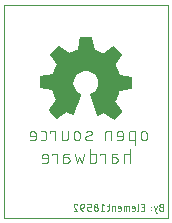
<source format=gbo>
G75*
%MOIN*%
%OFA0B0*%
%FSLAX25Y25*%
%IPPOS*%
%LPD*%
%AMOC8*
5,1,8,0,0,1.08239X$1,22.5*
%
%ADD10C,0.00000*%
%ADD11C,0.00200*%
%ADD12C,0.00400*%
D10*
X0003300Y0003800D02*
X0003300Y0074761D01*
X0058001Y0074761D01*
X0058001Y0003800D01*
X0003300Y0003800D01*
D11*
X0026456Y0006100D02*
X0027733Y0006100D01*
X0026647Y0007378D01*
X0027031Y0008400D02*
X0027083Y0008398D01*
X0027134Y0008393D01*
X0027185Y0008384D01*
X0027235Y0008371D01*
X0027284Y0008355D01*
X0027332Y0008336D01*
X0027378Y0008313D01*
X0027423Y0008288D01*
X0027466Y0008259D01*
X0027506Y0008227D01*
X0027545Y0008192D01*
X0027581Y0008155D01*
X0027614Y0008116D01*
X0027644Y0008074D01*
X0027671Y0008030D01*
X0027695Y0007984D01*
X0027716Y0007937D01*
X0027734Y0007889D01*
X0026647Y0007378D02*
X0026615Y0007410D01*
X0026586Y0007445D01*
X0026559Y0007482D01*
X0026535Y0007520D01*
X0026514Y0007561D01*
X0026496Y0007603D01*
X0026482Y0007646D01*
X0026470Y0007690D01*
X0026462Y0007734D01*
X0026457Y0007780D01*
X0026455Y0007825D01*
X0026456Y0007825D02*
X0026458Y0007870D01*
X0026463Y0007915D01*
X0026472Y0007959D01*
X0026484Y0008003D01*
X0026500Y0008045D01*
X0026519Y0008086D01*
X0026541Y0008125D01*
X0026566Y0008163D01*
X0026594Y0008198D01*
X0026624Y0008232D01*
X0026658Y0008262D01*
X0026693Y0008290D01*
X0026731Y0008315D01*
X0026770Y0008337D01*
X0026811Y0008356D01*
X0026853Y0008372D01*
X0026897Y0008384D01*
X0026941Y0008393D01*
X0026986Y0008398D01*
X0027031Y0008400D01*
X0028706Y0007761D02*
X0028706Y0007122D01*
X0029472Y0007122D01*
X0028706Y0007122D02*
X0028708Y0007060D01*
X0028713Y0006999D01*
X0028723Y0006938D01*
X0028736Y0006877D01*
X0028752Y0006818D01*
X0028772Y0006760D01*
X0028796Y0006703D01*
X0028823Y0006647D01*
X0028853Y0006593D01*
X0028887Y0006541D01*
X0028923Y0006492D01*
X0028963Y0006444D01*
X0029005Y0006399D01*
X0029050Y0006357D01*
X0029098Y0006317D01*
X0029147Y0006281D01*
X0029199Y0006247D01*
X0029253Y0006217D01*
X0029309Y0006190D01*
X0029366Y0006166D01*
X0029424Y0006146D01*
X0029483Y0006130D01*
X0029544Y0006117D01*
X0029605Y0006107D01*
X0029666Y0006102D01*
X0029728Y0006100D01*
X0030956Y0006611D02*
X0030956Y0006867D01*
X0030958Y0006909D01*
X0030963Y0006951D01*
X0030972Y0006992D01*
X0030984Y0007033D01*
X0030999Y0007072D01*
X0031018Y0007110D01*
X0031039Y0007146D01*
X0031064Y0007181D01*
X0031091Y0007213D01*
X0031121Y0007243D01*
X0031153Y0007270D01*
X0031188Y0007295D01*
X0031224Y0007316D01*
X0031262Y0007335D01*
X0031301Y0007350D01*
X0031342Y0007362D01*
X0031383Y0007371D01*
X0031425Y0007376D01*
X0031467Y0007378D01*
X0032233Y0007378D01*
X0032233Y0008400D01*
X0030956Y0008400D01*
X0029983Y0007761D02*
X0029983Y0007633D01*
X0029981Y0007591D01*
X0029976Y0007549D01*
X0029967Y0007508D01*
X0029955Y0007467D01*
X0029940Y0007428D01*
X0029921Y0007390D01*
X0029900Y0007354D01*
X0029875Y0007319D01*
X0029848Y0007287D01*
X0029818Y0007257D01*
X0029786Y0007230D01*
X0029751Y0007205D01*
X0029715Y0007184D01*
X0029677Y0007165D01*
X0029638Y0007150D01*
X0029597Y0007138D01*
X0029556Y0007129D01*
X0029514Y0007124D01*
X0029472Y0007122D01*
X0029984Y0007761D02*
X0029982Y0007810D01*
X0029977Y0007859D01*
X0029967Y0007907D01*
X0029954Y0007954D01*
X0029938Y0008000D01*
X0029918Y0008045D01*
X0029894Y0008088D01*
X0029868Y0008129D01*
X0029838Y0008168D01*
X0029805Y0008204D01*
X0029770Y0008238D01*
X0029732Y0008269D01*
X0029692Y0008297D01*
X0029650Y0008322D01*
X0029606Y0008344D01*
X0029561Y0008362D01*
X0029514Y0008377D01*
X0029467Y0008388D01*
X0029418Y0008396D01*
X0029369Y0008400D01*
X0029321Y0008400D01*
X0029272Y0008396D01*
X0029223Y0008388D01*
X0029176Y0008377D01*
X0029129Y0008362D01*
X0029084Y0008344D01*
X0029040Y0008322D01*
X0028998Y0008297D01*
X0028958Y0008269D01*
X0028920Y0008238D01*
X0028885Y0008204D01*
X0028852Y0008168D01*
X0028822Y0008129D01*
X0028796Y0008088D01*
X0028772Y0008045D01*
X0028752Y0008000D01*
X0028736Y0007954D01*
X0028723Y0007907D01*
X0028713Y0007859D01*
X0028708Y0007810D01*
X0028706Y0007761D01*
X0030956Y0006611D02*
X0030958Y0006569D01*
X0030963Y0006527D01*
X0030972Y0006486D01*
X0030984Y0006445D01*
X0030999Y0006406D01*
X0031018Y0006368D01*
X0031039Y0006332D01*
X0031064Y0006297D01*
X0031091Y0006265D01*
X0031121Y0006235D01*
X0031153Y0006208D01*
X0031188Y0006183D01*
X0031224Y0006162D01*
X0031262Y0006143D01*
X0031301Y0006128D01*
X0031342Y0006116D01*
X0031383Y0006107D01*
X0031425Y0006102D01*
X0031467Y0006100D01*
X0032233Y0006100D01*
X0033206Y0006739D02*
X0033208Y0006690D01*
X0033213Y0006641D01*
X0033223Y0006593D01*
X0033236Y0006546D01*
X0033252Y0006500D01*
X0033272Y0006455D01*
X0033296Y0006412D01*
X0033322Y0006371D01*
X0033352Y0006332D01*
X0033385Y0006296D01*
X0033420Y0006262D01*
X0033458Y0006231D01*
X0033498Y0006203D01*
X0033540Y0006178D01*
X0033584Y0006156D01*
X0033629Y0006138D01*
X0033676Y0006123D01*
X0033723Y0006112D01*
X0033772Y0006104D01*
X0033821Y0006100D01*
X0033869Y0006100D01*
X0033918Y0006104D01*
X0033967Y0006112D01*
X0034014Y0006123D01*
X0034061Y0006138D01*
X0034106Y0006156D01*
X0034150Y0006178D01*
X0034192Y0006203D01*
X0034232Y0006231D01*
X0034270Y0006262D01*
X0034305Y0006296D01*
X0034338Y0006332D01*
X0034368Y0006371D01*
X0034394Y0006412D01*
X0034418Y0006455D01*
X0034438Y0006500D01*
X0034454Y0006546D01*
X0034467Y0006593D01*
X0034477Y0006641D01*
X0034482Y0006690D01*
X0034484Y0006739D01*
X0034482Y0006788D01*
X0034477Y0006837D01*
X0034467Y0006885D01*
X0034454Y0006932D01*
X0034438Y0006978D01*
X0034418Y0007023D01*
X0034394Y0007066D01*
X0034368Y0007107D01*
X0034338Y0007146D01*
X0034305Y0007182D01*
X0034270Y0007216D01*
X0034232Y0007247D01*
X0034192Y0007275D01*
X0034150Y0007300D01*
X0034106Y0007322D01*
X0034061Y0007340D01*
X0034014Y0007355D01*
X0033967Y0007366D01*
X0033918Y0007374D01*
X0033869Y0007378D01*
X0033821Y0007378D01*
X0033772Y0007374D01*
X0033723Y0007366D01*
X0033676Y0007355D01*
X0033629Y0007340D01*
X0033584Y0007322D01*
X0033540Y0007300D01*
X0033498Y0007275D01*
X0033458Y0007247D01*
X0033420Y0007216D01*
X0033385Y0007182D01*
X0033352Y0007146D01*
X0033322Y0007107D01*
X0033296Y0007066D01*
X0033272Y0007023D01*
X0033252Y0006978D01*
X0033236Y0006932D01*
X0033223Y0006885D01*
X0033213Y0006837D01*
X0033208Y0006788D01*
X0033206Y0006739D01*
X0033334Y0007889D02*
X0033336Y0007846D01*
X0033341Y0007803D01*
X0033350Y0007760D01*
X0033363Y0007719D01*
X0033379Y0007679D01*
X0033399Y0007640D01*
X0033422Y0007603D01*
X0033447Y0007568D01*
X0033476Y0007535D01*
X0033507Y0007505D01*
X0033541Y0007478D01*
X0033577Y0007454D01*
X0033615Y0007433D01*
X0033654Y0007415D01*
X0033695Y0007400D01*
X0033737Y0007389D01*
X0033780Y0007382D01*
X0033823Y0007378D01*
X0033867Y0007378D01*
X0033910Y0007382D01*
X0033953Y0007389D01*
X0033995Y0007400D01*
X0034036Y0007415D01*
X0034075Y0007433D01*
X0034113Y0007454D01*
X0034149Y0007478D01*
X0034183Y0007505D01*
X0034214Y0007535D01*
X0034243Y0007568D01*
X0034268Y0007603D01*
X0034291Y0007640D01*
X0034311Y0007679D01*
X0034327Y0007719D01*
X0034340Y0007760D01*
X0034349Y0007803D01*
X0034354Y0007846D01*
X0034356Y0007889D01*
X0034354Y0007932D01*
X0034349Y0007975D01*
X0034340Y0008018D01*
X0034327Y0008059D01*
X0034311Y0008099D01*
X0034291Y0008138D01*
X0034268Y0008175D01*
X0034243Y0008210D01*
X0034214Y0008243D01*
X0034183Y0008273D01*
X0034149Y0008300D01*
X0034113Y0008324D01*
X0034075Y0008345D01*
X0034036Y0008363D01*
X0033995Y0008378D01*
X0033953Y0008389D01*
X0033910Y0008396D01*
X0033867Y0008400D01*
X0033823Y0008400D01*
X0033780Y0008396D01*
X0033737Y0008389D01*
X0033695Y0008378D01*
X0033654Y0008363D01*
X0033615Y0008345D01*
X0033577Y0008324D01*
X0033541Y0008300D01*
X0033507Y0008273D01*
X0033476Y0008243D01*
X0033447Y0008210D01*
X0033422Y0008175D01*
X0033399Y0008138D01*
X0033379Y0008099D01*
X0033363Y0008059D01*
X0033350Y0008018D01*
X0033341Y0007975D01*
X0033336Y0007932D01*
X0033334Y0007889D01*
X0035456Y0006100D02*
X0036733Y0006100D01*
X0036095Y0006100D02*
X0036095Y0008400D01*
X0036733Y0007889D01*
X0037604Y0007633D02*
X0038371Y0007633D01*
X0038115Y0008400D02*
X0038115Y0006483D01*
X0038113Y0006445D01*
X0038108Y0006408D01*
X0038099Y0006372D01*
X0038086Y0006336D01*
X0038070Y0006302D01*
X0038050Y0006270D01*
X0038028Y0006240D01*
X0038003Y0006212D01*
X0037975Y0006187D01*
X0037945Y0006165D01*
X0037913Y0006145D01*
X0037879Y0006129D01*
X0037843Y0006116D01*
X0037807Y0006107D01*
X0037770Y0006102D01*
X0037732Y0006100D01*
X0037604Y0006100D01*
X0039183Y0006100D02*
X0039183Y0007250D01*
X0039184Y0007250D02*
X0039186Y0007288D01*
X0039191Y0007325D01*
X0039200Y0007361D01*
X0039213Y0007397D01*
X0039229Y0007431D01*
X0039249Y0007463D01*
X0039271Y0007493D01*
X0039296Y0007521D01*
X0039324Y0007546D01*
X0039354Y0007568D01*
X0039386Y0007588D01*
X0039420Y0007604D01*
X0039456Y0007617D01*
X0039492Y0007626D01*
X0039529Y0007631D01*
X0039567Y0007633D01*
X0040206Y0007633D01*
X0040206Y0006100D01*
X0041208Y0006100D02*
X0041847Y0006100D01*
X0041885Y0006102D01*
X0041922Y0006107D01*
X0041958Y0006116D01*
X0041994Y0006129D01*
X0042028Y0006145D01*
X0042060Y0006165D01*
X0042090Y0006187D01*
X0042118Y0006212D01*
X0042143Y0006240D01*
X0042165Y0006270D01*
X0042185Y0006302D01*
X0042201Y0006336D01*
X0042214Y0006372D01*
X0042223Y0006408D01*
X0042228Y0006445D01*
X0042230Y0006483D01*
X0042231Y0006483D02*
X0042231Y0007122D01*
X0042231Y0006867D02*
X0041208Y0006867D01*
X0041208Y0007122D01*
X0041209Y0007122D02*
X0041211Y0007165D01*
X0041216Y0007208D01*
X0041225Y0007251D01*
X0041238Y0007292D01*
X0041254Y0007332D01*
X0041274Y0007371D01*
X0041297Y0007408D01*
X0041322Y0007443D01*
X0041351Y0007476D01*
X0041382Y0007506D01*
X0041416Y0007533D01*
X0041452Y0007557D01*
X0041490Y0007578D01*
X0041529Y0007596D01*
X0041570Y0007611D01*
X0041612Y0007622D01*
X0041655Y0007629D01*
X0041698Y0007633D01*
X0041742Y0007633D01*
X0041785Y0007629D01*
X0041828Y0007622D01*
X0041870Y0007611D01*
X0041911Y0007596D01*
X0041950Y0007578D01*
X0041988Y0007557D01*
X0042024Y0007533D01*
X0042058Y0007506D01*
X0042089Y0007476D01*
X0042118Y0007443D01*
X0042143Y0007408D01*
X0042166Y0007371D01*
X0042186Y0007332D01*
X0042202Y0007292D01*
X0042215Y0007251D01*
X0042224Y0007208D01*
X0042229Y0007165D01*
X0042231Y0007122D01*
X0043278Y0007250D02*
X0043278Y0006100D01*
X0044045Y0006100D02*
X0044045Y0007633D01*
X0043661Y0007633D02*
X0044811Y0007633D01*
X0044811Y0006100D01*
X0045858Y0006100D02*
X0046497Y0006100D01*
X0046535Y0006102D01*
X0046572Y0006107D01*
X0046608Y0006116D01*
X0046644Y0006129D01*
X0046678Y0006145D01*
X0046710Y0006165D01*
X0046740Y0006187D01*
X0046768Y0006212D01*
X0046793Y0006240D01*
X0046815Y0006270D01*
X0046835Y0006302D01*
X0046851Y0006336D01*
X0046864Y0006372D01*
X0046873Y0006408D01*
X0046878Y0006445D01*
X0046880Y0006483D01*
X0046881Y0006483D02*
X0046881Y0007122D01*
X0046881Y0006867D02*
X0045858Y0006867D01*
X0045858Y0007122D01*
X0045860Y0007165D01*
X0045865Y0007208D01*
X0045874Y0007251D01*
X0045887Y0007292D01*
X0045903Y0007332D01*
X0045923Y0007371D01*
X0045946Y0007408D01*
X0045971Y0007443D01*
X0046000Y0007476D01*
X0046031Y0007506D01*
X0046065Y0007533D01*
X0046101Y0007557D01*
X0046139Y0007578D01*
X0046178Y0007596D01*
X0046219Y0007611D01*
X0046261Y0007622D01*
X0046304Y0007629D01*
X0046347Y0007633D01*
X0046391Y0007633D01*
X0046434Y0007629D01*
X0046477Y0007622D01*
X0046519Y0007611D01*
X0046560Y0007596D01*
X0046599Y0007578D01*
X0046637Y0007557D01*
X0046673Y0007533D01*
X0046707Y0007506D01*
X0046738Y0007476D01*
X0046767Y0007443D01*
X0046792Y0007408D01*
X0046815Y0007371D01*
X0046835Y0007332D01*
X0046851Y0007292D01*
X0046864Y0007251D01*
X0046873Y0007208D01*
X0046878Y0007165D01*
X0046880Y0007122D01*
X0047668Y0006100D02*
X0047706Y0006102D01*
X0047743Y0006107D01*
X0047779Y0006116D01*
X0047815Y0006129D01*
X0047849Y0006145D01*
X0047881Y0006165D01*
X0047911Y0006187D01*
X0047939Y0006212D01*
X0047964Y0006240D01*
X0047986Y0006270D01*
X0048006Y0006302D01*
X0048022Y0006336D01*
X0048035Y0006372D01*
X0048044Y0006408D01*
X0048049Y0006445D01*
X0048051Y0006483D01*
X0048051Y0008400D01*
X0048907Y0008400D02*
X0049929Y0008400D01*
X0049929Y0006100D01*
X0048907Y0006100D01*
X0049162Y0007378D02*
X0049929Y0007378D01*
X0052156Y0007442D02*
X0052156Y0007314D01*
X0052283Y0007314D01*
X0052283Y0007442D01*
X0052156Y0007442D01*
X0053133Y0007633D02*
X0053900Y0005333D01*
X0054156Y0005333D01*
X0053644Y0006100D02*
X0054156Y0007633D01*
X0055561Y0007378D02*
X0056200Y0007378D01*
X0055561Y0007378D02*
X0055518Y0007380D01*
X0055475Y0007385D01*
X0055432Y0007394D01*
X0055391Y0007407D01*
X0055351Y0007423D01*
X0055312Y0007443D01*
X0055275Y0007466D01*
X0055240Y0007491D01*
X0055207Y0007520D01*
X0055177Y0007551D01*
X0055150Y0007585D01*
X0055126Y0007621D01*
X0055105Y0007659D01*
X0055087Y0007698D01*
X0055072Y0007739D01*
X0055061Y0007781D01*
X0055054Y0007824D01*
X0055050Y0007867D01*
X0055050Y0007911D01*
X0055054Y0007954D01*
X0055061Y0007997D01*
X0055072Y0008039D01*
X0055087Y0008080D01*
X0055105Y0008119D01*
X0055126Y0008157D01*
X0055150Y0008193D01*
X0055177Y0008227D01*
X0055207Y0008258D01*
X0055240Y0008287D01*
X0055275Y0008312D01*
X0055312Y0008335D01*
X0055351Y0008355D01*
X0055391Y0008371D01*
X0055432Y0008384D01*
X0055475Y0008393D01*
X0055518Y0008398D01*
X0055561Y0008400D01*
X0056200Y0008400D01*
X0056200Y0006100D01*
X0055561Y0006100D01*
X0055512Y0006102D01*
X0055463Y0006107D01*
X0055415Y0006117D01*
X0055368Y0006130D01*
X0055322Y0006146D01*
X0055277Y0006166D01*
X0055234Y0006190D01*
X0055193Y0006216D01*
X0055154Y0006246D01*
X0055118Y0006279D01*
X0055084Y0006314D01*
X0055053Y0006352D01*
X0055025Y0006392D01*
X0055000Y0006434D01*
X0054978Y0006478D01*
X0054960Y0006523D01*
X0054945Y0006570D01*
X0054934Y0006617D01*
X0054926Y0006666D01*
X0054922Y0006715D01*
X0054922Y0006763D01*
X0054926Y0006812D01*
X0054934Y0006861D01*
X0054945Y0006908D01*
X0054960Y0006955D01*
X0054978Y0007000D01*
X0055000Y0007044D01*
X0055025Y0007086D01*
X0055053Y0007126D01*
X0055084Y0007164D01*
X0055118Y0007199D01*
X0055154Y0007232D01*
X0055193Y0007262D01*
X0055234Y0007288D01*
X0055277Y0007312D01*
X0055322Y0007332D01*
X0055368Y0007348D01*
X0055415Y0007361D01*
X0055463Y0007371D01*
X0055512Y0007376D01*
X0055561Y0007378D01*
X0052283Y0006419D02*
X0052156Y0006419D01*
X0052156Y0006292D01*
X0052283Y0006292D01*
X0052283Y0006419D01*
X0043661Y0007633D02*
X0043623Y0007631D01*
X0043586Y0007626D01*
X0043550Y0007617D01*
X0043514Y0007604D01*
X0043480Y0007588D01*
X0043448Y0007568D01*
X0043418Y0007546D01*
X0043390Y0007521D01*
X0043365Y0007493D01*
X0043343Y0007463D01*
X0043323Y0007431D01*
X0043307Y0007397D01*
X0043294Y0007361D01*
X0043285Y0007325D01*
X0043280Y0007288D01*
X0043278Y0007250D01*
X0039800Y0036800D02*
X0036400Y0039100D01*
X0035700Y0038700D01*
X0035000Y0038400D01*
X0034400Y0038100D01*
X0032000Y0044900D01*
X0032704Y0045236D01*
X0033332Y0045697D01*
X0033865Y0046267D01*
X0034282Y0046926D01*
X0034569Y0047651D01*
X0034717Y0048416D01*
X0034720Y0049196D01*
X0034578Y0049963D01*
X0034296Y0050690D01*
X0033884Y0051352D01*
X0033356Y0051926D01*
X0032731Y0052391D01*
X0032030Y0052733D01*
X0031277Y0052938D01*
X0030500Y0053000D01*
X0029709Y0052975D01*
X0028938Y0052802D01*
X0028212Y0052487D01*
X0027558Y0052042D01*
X0026999Y0051482D01*
X0026556Y0050828D01*
X0026242Y0050101D01*
X0026071Y0049329D01*
X0026047Y0048539D01*
X0026172Y0047758D01*
X0026441Y0047014D01*
X0026845Y0046334D01*
X0027369Y0045741D01*
X0027995Y0045258D01*
X0028700Y0044900D01*
X0026100Y0038200D01*
X0025400Y0038600D01*
X0024700Y0039000D01*
X0024000Y0039400D01*
X0020700Y0037000D01*
X0020000Y0037700D01*
X0019400Y0038300D01*
X0018800Y0039000D01*
X0018200Y0039700D01*
X0020600Y0043300D01*
X0020100Y0044100D01*
X0019800Y0045000D01*
X0019500Y0045900D01*
X0019300Y0046600D01*
X0015300Y0047300D01*
X0015200Y0048400D01*
X0015200Y0049300D01*
X0015300Y0050100D01*
X0015400Y0051100D01*
X0019500Y0051800D01*
X0019900Y0052900D01*
X0020100Y0053500D01*
X0020500Y0054200D01*
X0021000Y0055000D01*
X0018500Y0058200D01*
X0019100Y0058900D01*
X0019800Y0059600D01*
X0020600Y0060300D01*
X0021400Y0061000D01*
X0024800Y0058600D01*
X0025700Y0059000D01*
X0026500Y0059400D01*
X0027200Y0059600D01*
X0027900Y0059800D01*
X0028500Y0063900D01*
X0032300Y0063900D01*
X0033100Y0059800D01*
X0034200Y0059500D01*
X0035000Y0059100D01*
X0036200Y0058500D01*
X0039600Y0060900D01*
X0040300Y0060300D01*
X0041000Y0059600D01*
X0041700Y0058900D01*
X0042300Y0058200D01*
X0040000Y0054800D01*
X0040500Y0053900D01*
X0040900Y0053000D01*
X0041200Y0052200D01*
X0041500Y0051400D01*
X0045500Y0050800D01*
X0045600Y0049600D01*
X0045600Y0047000D01*
X0041400Y0046300D01*
X0041200Y0045300D01*
X0040800Y0044300D01*
X0040400Y0043400D01*
X0040000Y0042600D01*
X0042400Y0039400D01*
X0041800Y0038700D01*
X0041100Y0038000D01*
X0040400Y0037300D01*
X0039800Y0036800D01*
X0039982Y0036951D02*
X0039576Y0036951D01*
X0039283Y0037150D02*
X0040220Y0037150D01*
X0040448Y0037348D02*
X0038989Y0037348D01*
X0038696Y0037547D02*
X0040647Y0037547D01*
X0040845Y0037745D02*
X0038402Y0037745D01*
X0038109Y0037944D02*
X0041044Y0037944D01*
X0041242Y0038142D02*
X0037816Y0038142D01*
X0037522Y0038341D02*
X0041441Y0038341D01*
X0041639Y0038539D02*
X0037229Y0038539D01*
X0036935Y0038738D02*
X0041833Y0038738D01*
X0042003Y0038937D02*
X0036642Y0038937D01*
X0036114Y0038937D02*
X0034105Y0038937D01*
X0034035Y0039135D02*
X0042173Y0039135D01*
X0042343Y0039334D02*
X0033965Y0039334D01*
X0033895Y0039532D02*
X0042301Y0039532D01*
X0042152Y0039731D02*
X0033825Y0039731D01*
X0033754Y0039929D02*
X0042003Y0039929D01*
X0041854Y0040128D02*
X0033684Y0040128D01*
X0033614Y0040326D02*
X0041705Y0040326D01*
X0041557Y0040525D02*
X0033544Y0040525D01*
X0033474Y0040723D02*
X0041408Y0040723D01*
X0041259Y0040922D02*
X0033404Y0040922D01*
X0033334Y0041120D02*
X0041110Y0041120D01*
X0040961Y0041319D02*
X0033264Y0041319D01*
X0033194Y0041517D02*
X0040812Y0041517D01*
X0040663Y0041716D02*
X0033124Y0041716D01*
X0033054Y0041914D02*
X0040514Y0041914D01*
X0040365Y0042113D02*
X0032984Y0042113D01*
X0032914Y0042311D02*
X0040217Y0042311D01*
X0040068Y0042510D02*
X0032844Y0042510D01*
X0032774Y0042708D02*
X0040054Y0042708D01*
X0040153Y0042907D02*
X0032704Y0042907D01*
X0032633Y0043105D02*
X0040253Y0043105D01*
X0040352Y0043304D02*
X0032563Y0043304D01*
X0032493Y0043502D02*
X0040445Y0043502D01*
X0040534Y0043701D02*
X0032423Y0043701D01*
X0032353Y0043899D02*
X0040622Y0043899D01*
X0040710Y0044098D02*
X0032283Y0044098D01*
X0032213Y0044296D02*
X0040798Y0044296D01*
X0040878Y0044495D02*
X0032143Y0044495D01*
X0032073Y0044693D02*
X0040957Y0044693D01*
X0041037Y0044892D02*
X0032003Y0044892D01*
X0032398Y0045090D02*
X0041116Y0045090D01*
X0041196Y0045289D02*
X0032775Y0045289D01*
X0033046Y0045487D02*
X0041237Y0045487D01*
X0041277Y0045686D02*
X0033317Y0045686D01*
X0033507Y0045884D02*
X0041317Y0045884D01*
X0041357Y0046083D02*
X0033693Y0046083D01*
X0033874Y0046281D02*
X0041396Y0046281D01*
X0042480Y0046480D02*
X0033999Y0046480D01*
X0034125Y0046678D02*
X0043671Y0046678D01*
X0044862Y0046877D02*
X0034251Y0046877D01*
X0034341Y0047075D02*
X0045600Y0047075D01*
X0045600Y0047274D02*
X0034420Y0047274D01*
X0034499Y0047472D02*
X0045600Y0047472D01*
X0045600Y0047671D02*
X0034573Y0047671D01*
X0034611Y0047870D02*
X0045600Y0047870D01*
X0045600Y0048068D02*
X0034650Y0048068D01*
X0034688Y0048267D02*
X0045600Y0048267D01*
X0045600Y0048465D02*
X0034717Y0048465D01*
X0034718Y0048664D02*
X0045600Y0048664D01*
X0045600Y0048862D02*
X0034719Y0048862D01*
X0034719Y0049061D02*
X0045600Y0049061D01*
X0045600Y0049259D02*
X0034708Y0049259D01*
X0034672Y0049458D02*
X0045600Y0049458D01*
X0045595Y0049656D02*
X0034635Y0049656D01*
X0034598Y0049855D02*
X0045579Y0049855D01*
X0045562Y0050053D02*
X0034543Y0050053D01*
X0034466Y0050252D02*
X0045546Y0050252D01*
X0045529Y0050450D02*
X0034389Y0050450D01*
X0034312Y0050649D02*
X0045513Y0050649D01*
X0045185Y0050847D02*
X0034198Y0050847D01*
X0034074Y0051046D02*
X0043862Y0051046D01*
X0042539Y0051244D02*
X0033951Y0051244D01*
X0033800Y0051443D02*
X0041484Y0051443D01*
X0041410Y0051641D02*
X0033618Y0051641D01*
X0033435Y0051840D02*
X0041335Y0051840D01*
X0041261Y0052038D02*
X0033205Y0052038D01*
X0032938Y0052237D02*
X0041186Y0052237D01*
X0041112Y0052435D02*
X0032640Y0052435D01*
X0032233Y0052634D02*
X0041037Y0052634D01*
X0040963Y0052832D02*
X0031665Y0052832D01*
X0029074Y0052832D02*
X0019875Y0052832D01*
X0019944Y0053031D02*
X0040886Y0053031D01*
X0040798Y0053229D02*
X0020010Y0053229D01*
X0020076Y0053428D02*
X0040710Y0053428D01*
X0040622Y0053626D02*
X0020172Y0053626D01*
X0020286Y0053825D02*
X0040533Y0053825D01*
X0040431Y0054023D02*
X0020399Y0054023D01*
X0020514Y0054222D02*
X0040321Y0054222D01*
X0040211Y0054420D02*
X0020638Y0054420D01*
X0020762Y0054619D02*
X0040101Y0054619D01*
X0040012Y0054817D02*
X0020886Y0054817D01*
X0020988Y0055016D02*
X0040146Y0055016D01*
X0040280Y0055214D02*
X0020832Y0055214D01*
X0020677Y0055413D02*
X0040415Y0055413D01*
X0040549Y0055611D02*
X0020522Y0055611D01*
X0020367Y0055810D02*
X0040683Y0055810D01*
X0040818Y0056008D02*
X0020212Y0056008D01*
X0020057Y0056207D02*
X0040952Y0056207D01*
X0041086Y0056405D02*
X0019902Y0056405D01*
X0019747Y0056604D02*
X0041220Y0056604D01*
X0041355Y0056803D02*
X0019592Y0056803D01*
X0019437Y0057001D02*
X0041489Y0057001D01*
X0041623Y0057200D02*
X0019282Y0057200D01*
X0019127Y0057398D02*
X0041758Y0057398D01*
X0041892Y0057597D02*
X0018971Y0057597D01*
X0018816Y0057795D02*
X0042026Y0057795D01*
X0042160Y0057994D02*
X0018661Y0057994D01*
X0018506Y0058192D02*
X0042295Y0058192D01*
X0042137Y0058391D02*
X0018663Y0058391D01*
X0018834Y0058589D02*
X0036022Y0058589D01*
X0036326Y0058589D02*
X0041966Y0058589D01*
X0041796Y0058788D02*
X0036607Y0058788D01*
X0036889Y0058986D02*
X0041614Y0058986D01*
X0041415Y0059185D02*
X0037170Y0059185D01*
X0037451Y0059383D02*
X0041217Y0059383D01*
X0041018Y0059582D02*
X0037732Y0059582D01*
X0038014Y0059780D02*
X0040820Y0059780D01*
X0040621Y0059979D02*
X0038295Y0059979D01*
X0038576Y0060177D02*
X0040423Y0060177D01*
X0040212Y0060376D02*
X0038857Y0060376D01*
X0039138Y0060574D02*
X0039980Y0060574D01*
X0039748Y0060773D02*
X0039420Y0060773D01*
X0035625Y0058788D02*
X0025222Y0058788D01*
X0025669Y0058986D02*
X0035228Y0058986D01*
X0034831Y0059185D02*
X0026069Y0059185D01*
X0026466Y0059383D02*
X0034434Y0059383D01*
X0033901Y0059582D02*
X0027136Y0059582D01*
X0027831Y0059780D02*
X0033173Y0059780D01*
X0033065Y0059979D02*
X0027926Y0059979D01*
X0027955Y0060177D02*
X0033026Y0060177D01*
X0032988Y0060376D02*
X0027984Y0060376D01*
X0028013Y0060574D02*
X0032949Y0060574D01*
X0032910Y0060773D02*
X0028042Y0060773D01*
X0028071Y0060971D02*
X0032871Y0060971D01*
X0032833Y0061170D02*
X0028100Y0061170D01*
X0028130Y0061368D02*
X0032794Y0061368D01*
X0032755Y0061567D02*
X0028159Y0061567D01*
X0028188Y0061765D02*
X0032717Y0061765D01*
X0032678Y0061964D02*
X0028217Y0061964D01*
X0028246Y0062162D02*
X0032639Y0062162D01*
X0032600Y0062361D02*
X0028275Y0062361D01*
X0028304Y0062559D02*
X0032562Y0062559D01*
X0032523Y0062758D02*
X0028333Y0062758D01*
X0028362Y0062956D02*
X0032484Y0062956D01*
X0032445Y0063155D02*
X0028391Y0063155D01*
X0028420Y0063353D02*
X0032407Y0063353D01*
X0032368Y0063552D02*
X0028449Y0063552D01*
X0028478Y0063750D02*
X0032329Y0063750D01*
X0024534Y0058788D02*
X0019004Y0058788D01*
X0019186Y0058986D02*
X0024253Y0058986D01*
X0023972Y0059185D02*
X0019385Y0059185D01*
X0019583Y0059383D02*
X0023691Y0059383D01*
X0023409Y0059582D02*
X0019782Y0059582D01*
X0020006Y0059780D02*
X0023128Y0059780D01*
X0022847Y0059979D02*
X0020233Y0059979D01*
X0020460Y0060177D02*
X0022566Y0060177D01*
X0022284Y0060376D02*
X0020687Y0060376D01*
X0020913Y0060574D02*
X0022003Y0060574D01*
X0021722Y0060773D02*
X0021140Y0060773D01*
X0021367Y0060971D02*
X0021441Y0060971D01*
X0019803Y0052634D02*
X0028550Y0052634D01*
X0028136Y0052435D02*
X0019731Y0052435D01*
X0019659Y0052237D02*
X0027844Y0052237D01*
X0027555Y0052038D02*
X0019587Y0052038D01*
X0019514Y0051840D02*
X0027356Y0051840D01*
X0027158Y0051641D02*
X0018570Y0051641D01*
X0017407Y0051443D02*
X0026973Y0051443D01*
X0026838Y0051244D02*
X0016245Y0051244D01*
X0015395Y0051046D02*
X0026704Y0051046D01*
X0026569Y0050847D02*
X0015375Y0050847D01*
X0015355Y0050649D02*
X0026478Y0050649D01*
X0026393Y0050450D02*
X0015335Y0050450D01*
X0015315Y0050252D02*
X0026307Y0050252D01*
X0026232Y0050053D02*
X0015294Y0050053D01*
X0015269Y0049855D02*
X0026187Y0049855D01*
X0026143Y0049656D02*
X0015245Y0049656D01*
X0015220Y0049458D02*
X0026099Y0049458D01*
X0026069Y0049259D02*
X0015200Y0049259D01*
X0015200Y0049061D02*
X0026063Y0049061D01*
X0026057Y0048862D02*
X0015200Y0048862D01*
X0015200Y0048664D02*
X0026051Y0048664D01*
X0026059Y0048465D02*
X0015200Y0048465D01*
X0015212Y0048267D02*
X0026090Y0048267D01*
X0026122Y0048068D02*
X0015230Y0048068D01*
X0015248Y0047870D02*
X0026154Y0047870D01*
X0026203Y0047671D02*
X0015266Y0047671D01*
X0015284Y0047472D02*
X0026275Y0047472D01*
X0026347Y0047274D02*
X0015449Y0047274D01*
X0016583Y0047075D02*
X0026419Y0047075D01*
X0026522Y0046877D02*
X0017717Y0046877D01*
X0018852Y0046678D02*
X0026640Y0046678D01*
X0026758Y0046480D02*
X0019334Y0046480D01*
X0019391Y0046281D02*
X0026891Y0046281D01*
X0027066Y0046083D02*
X0019448Y0046083D01*
X0019505Y0045884D02*
X0027242Y0045884D01*
X0027440Y0045686D02*
X0019571Y0045686D01*
X0019638Y0045487D02*
X0027697Y0045487D01*
X0027954Y0045289D02*
X0019704Y0045289D01*
X0019770Y0045090D02*
X0028325Y0045090D01*
X0028697Y0044892D02*
X0019836Y0044892D01*
X0019902Y0044693D02*
X0028620Y0044693D01*
X0028543Y0044495D02*
X0019968Y0044495D01*
X0020035Y0044296D02*
X0028466Y0044296D01*
X0028389Y0044098D02*
X0020101Y0044098D01*
X0020225Y0043899D02*
X0028312Y0043899D01*
X0028235Y0043701D02*
X0020350Y0043701D01*
X0020474Y0043502D02*
X0028158Y0043502D01*
X0028081Y0043304D02*
X0020598Y0043304D01*
X0020470Y0043105D02*
X0028004Y0043105D01*
X0027927Y0042907D02*
X0020338Y0042907D01*
X0020205Y0042708D02*
X0027849Y0042708D01*
X0027772Y0042510D02*
X0020073Y0042510D01*
X0019941Y0042311D02*
X0027695Y0042311D01*
X0027618Y0042113D02*
X0019808Y0042113D01*
X0019676Y0041914D02*
X0027541Y0041914D01*
X0027464Y0041716D02*
X0019544Y0041716D01*
X0019411Y0041517D02*
X0027387Y0041517D01*
X0027310Y0041319D02*
X0019279Y0041319D01*
X0019147Y0041120D02*
X0027233Y0041120D01*
X0027156Y0040922D02*
X0019014Y0040922D01*
X0018882Y0040723D02*
X0027079Y0040723D01*
X0027002Y0040525D02*
X0018750Y0040525D01*
X0018617Y0040326D02*
X0026925Y0040326D01*
X0026848Y0040128D02*
X0018485Y0040128D01*
X0018353Y0039929D02*
X0026771Y0039929D01*
X0026694Y0039731D02*
X0018220Y0039731D01*
X0018344Y0039532D02*
X0026617Y0039532D01*
X0026540Y0039334D02*
X0024116Y0039334D01*
X0023909Y0039334D02*
X0018514Y0039334D01*
X0018684Y0039135D02*
X0023636Y0039135D01*
X0023363Y0038937D02*
X0018854Y0038937D01*
X0019025Y0038738D02*
X0023090Y0038738D01*
X0022817Y0038539D02*
X0019195Y0038539D01*
X0019365Y0038341D02*
X0022544Y0038341D01*
X0022271Y0038142D02*
X0019558Y0038142D01*
X0019756Y0037944D02*
X0021998Y0037944D01*
X0021725Y0037745D02*
X0019955Y0037745D01*
X0020153Y0037547D02*
X0021452Y0037547D01*
X0021179Y0037348D02*
X0020352Y0037348D01*
X0020550Y0037150D02*
X0020906Y0037150D01*
X0024464Y0039135D02*
X0026463Y0039135D01*
X0026386Y0038937D02*
X0024811Y0038937D01*
X0025159Y0038738D02*
X0026309Y0038738D01*
X0026232Y0038539D02*
X0025506Y0038539D01*
X0025853Y0038341D02*
X0026155Y0038341D01*
X0034175Y0038738D02*
X0035766Y0038738D01*
X0035325Y0038539D02*
X0034245Y0038539D01*
X0034315Y0038341D02*
X0034882Y0038341D01*
X0034485Y0038142D02*
X0034385Y0038142D01*
D12*
X0032444Y0029856D02*
X0032321Y0029814D01*
X0032196Y0029775D01*
X0032071Y0029740D01*
X0031944Y0029709D01*
X0031816Y0029682D01*
X0031688Y0029659D01*
X0031559Y0029639D01*
X0031429Y0029624D01*
X0031300Y0029612D01*
X0031169Y0029604D01*
X0031039Y0029600D01*
X0031038Y0029600D02*
X0030987Y0029601D01*
X0030937Y0029606D01*
X0030886Y0029616D01*
X0030837Y0029628D01*
X0030789Y0029645D01*
X0030742Y0029666D01*
X0030696Y0029689D01*
X0030653Y0029717D01*
X0030612Y0029747D01*
X0030574Y0029781D01*
X0030538Y0029817D01*
X0030505Y0029857D01*
X0030475Y0029898D01*
X0030449Y0029942D01*
X0030426Y0029987D01*
X0030407Y0030035D01*
X0030391Y0030083D01*
X0030379Y0030133D01*
X0030371Y0030183D01*
X0030367Y0030234D01*
X0030366Y0030285D01*
X0030370Y0030336D01*
X0030378Y0030387D01*
X0030389Y0030437D01*
X0030404Y0030486D01*
X0030423Y0030533D01*
X0030446Y0030579D01*
X0030472Y0030623D01*
X0030501Y0030665D01*
X0030534Y0030704D01*
X0030569Y0030741D01*
X0030608Y0030775D01*
X0030648Y0030806D01*
X0030691Y0030833D01*
X0030736Y0030858D01*
X0030783Y0030879D01*
X0030783Y0030878D02*
X0032061Y0031389D01*
X0032061Y0031388D02*
X0032108Y0031409D01*
X0032153Y0031434D01*
X0032196Y0031461D01*
X0032236Y0031492D01*
X0032275Y0031526D01*
X0032310Y0031563D01*
X0032343Y0031602D01*
X0032372Y0031644D01*
X0032398Y0031688D01*
X0032421Y0031734D01*
X0032440Y0031781D01*
X0032455Y0031830D01*
X0032466Y0031880D01*
X0032474Y0031931D01*
X0032478Y0031982D01*
X0032477Y0032033D01*
X0032473Y0032084D01*
X0032465Y0032134D01*
X0032453Y0032184D01*
X0032437Y0032232D01*
X0032418Y0032280D01*
X0032395Y0032325D01*
X0032369Y0032369D01*
X0032339Y0032410D01*
X0032306Y0032450D01*
X0032270Y0032486D01*
X0032232Y0032520D01*
X0032191Y0032550D01*
X0032148Y0032578D01*
X0032102Y0032601D01*
X0032055Y0032622D01*
X0032007Y0032639D01*
X0031958Y0032651D01*
X0031907Y0032661D01*
X0031857Y0032666D01*
X0031806Y0032667D01*
X0031707Y0032664D01*
X0031608Y0032657D01*
X0031510Y0032647D01*
X0031412Y0032634D01*
X0031314Y0032618D01*
X0031217Y0032598D01*
X0031121Y0032575D01*
X0031026Y0032548D01*
X0030932Y0032519D01*
X0030839Y0032486D01*
X0030746Y0032450D01*
X0030656Y0032411D01*
X0028544Y0031644D02*
X0028544Y0030622D01*
X0028542Y0030559D01*
X0028536Y0030496D01*
X0028527Y0030434D01*
X0028513Y0030373D01*
X0028496Y0030312D01*
X0028475Y0030253D01*
X0028450Y0030195D01*
X0028422Y0030138D01*
X0028391Y0030084D01*
X0028356Y0030032D01*
X0028318Y0029981D01*
X0028277Y0029933D01*
X0028233Y0029888D01*
X0028187Y0029846D01*
X0028138Y0029806D01*
X0028087Y0029770D01*
X0028033Y0029737D01*
X0027978Y0029707D01*
X0027920Y0029681D01*
X0027862Y0029658D01*
X0027802Y0029639D01*
X0027741Y0029624D01*
X0027679Y0029612D01*
X0027616Y0029604D01*
X0027553Y0029600D01*
X0027491Y0029600D01*
X0027428Y0029604D01*
X0027365Y0029612D01*
X0027303Y0029624D01*
X0027242Y0029639D01*
X0027182Y0029658D01*
X0027124Y0029681D01*
X0027066Y0029707D01*
X0027011Y0029737D01*
X0026957Y0029770D01*
X0026906Y0029806D01*
X0026857Y0029846D01*
X0026811Y0029888D01*
X0026767Y0029933D01*
X0026726Y0029981D01*
X0026688Y0030032D01*
X0026653Y0030084D01*
X0026622Y0030138D01*
X0026594Y0030195D01*
X0026569Y0030253D01*
X0026548Y0030312D01*
X0026531Y0030373D01*
X0026517Y0030434D01*
X0026508Y0030496D01*
X0026502Y0030559D01*
X0026500Y0030622D01*
X0026500Y0031644D01*
X0026502Y0031707D01*
X0026508Y0031770D01*
X0026517Y0031832D01*
X0026531Y0031893D01*
X0026548Y0031954D01*
X0026569Y0032013D01*
X0026594Y0032071D01*
X0026622Y0032128D01*
X0026653Y0032182D01*
X0026688Y0032234D01*
X0026726Y0032285D01*
X0026767Y0032333D01*
X0026811Y0032378D01*
X0026857Y0032420D01*
X0026906Y0032460D01*
X0026957Y0032496D01*
X0027011Y0032529D01*
X0027066Y0032559D01*
X0027124Y0032585D01*
X0027182Y0032608D01*
X0027242Y0032627D01*
X0027303Y0032642D01*
X0027365Y0032654D01*
X0027428Y0032662D01*
X0027491Y0032666D01*
X0027553Y0032666D01*
X0027616Y0032662D01*
X0027679Y0032654D01*
X0027741Y0032642D01*
X0027802Y0032627D01*
X0027862Y0032608D01*
X0027920Y0032585D01*
X0027978Y0032559D01*
X0028033Y0032529D01*
X0028087Y0032496D01*
X0028138Y0032460D01*
X0028187Y0032420D01*
X0028233Y0032378D01*
X0028277Y0032333D01*
X0028318Y0032285D01*
X0028356Y0032234D01*
X0028391Y0032182D01*
X0028422Y0032128D01*
X0028450Y0032071D01*
X0028475Y0032013D01*
X0028496Y0031954D01*
X0028513Y0031893D01*
X0028527Y0031832D01*
X0028536Y0031770D01*
X0028542Y0031707D01*
X0028544Y0031644D01*
X0024494Y0032667D02*
X0024494Y0030367D01*
X0024495Y0030367D02*
X0024493Y0030312D01*
X0024487Y0030258D01*
X0024477Y0030204D01*
X0024464Y0030151D01*
X0024447Y0030099D01*
X0024426Y0030048D01*
X0024401Y0029999D01*
X0024373Y0029952D01*
X0024342Y0029907D01*
X0024308Y0029865D01*
X0024270Y0029825D01*
X0024230Y0029787D01*
X0024188Y0029753D01*
X0024143Y0029722D01*
X0024096Y0029694D01*
X0024047Y0029669D01*
X0023996Y0029648D01*
X0023944Y0029631D01*
X0023891Y0029618D01*
X0023837Y0029608D01*
X0023783Y0029602D01*
X0023728Y0029600D01*
X0022450Y0029600D01*
X0022450Y0032667D01*
X0020268Y0032667D02*
X0018735Y0032667D01*
X0018735Y0032156D01*
X0017289Y0031900D02*
X0017289Y0030367D01*
X0017290Y0030367D02*
X0017288Y0030312D01*
X0017282Y0030258D01*
X0017272Y0030204D01*
X0017259Y0030151D01*
X0017242Y0030099D01*
X0017221Y0030048D01*
X0017196Y0029999D01*
X0017168Y0029952D01*
X0017137Y0029907D01*
X0017103Y0029865D01*
X0017065Y0029825D01*
X0017025Y0029787D01*
X0016983Y0029753D01*
X0016938Y0029722D01*
X0016891Y0029694D01*
X0016842Y0029669D01*
X0016791Y0029648D01*
X0016739Y0029631D01*
X0016686Y0029618D01*
X0016632Y0029608D01*
X0016578Y0029602D01*
X0016523Y0029600D01*
X0015500Y0029600D01*
X0013844Y0030367D02*
X0013844Y0031644D01*
X0013844Y0031133D02*
X0011800Y0031133D01*
X0011800Y0031644D01*
X0011802Y0031707D01*
X0011808Y0031770D01*
X0011817Y0031832D01*
X0011831Y0031893D01*
X0011848Y0031954D01*
X0011869Y0032013D01*
X0011894Y0032071D01*
X0011922Y0032128D01*
X0011953Y0032182D01*
X0011988Y0032234D01*
X0012026Y0032285D01*
X0012067Y0032333D01*
X0012111Y0032378D01*
X0012157Y0032420D01*
X0012206Y0032460D01*
X0012257Y0032496D01*
X0012311Y0032529D01*
X0012366Y0032559D01*
X0012424Y0032585D01*
X0012482Y0032608D01*
X0012542Y0032627D01*
X0012603Y0032642D01*
X0012665Y0032654D01*
X0012728Y0032662D01*
X0012791Y0032666D01*
X0012853Y0032666D01*
X0012916Y0032662D01*
X0012979Y0032654D01*
X0013041Y0032642D01*
X0013102Y0032627D01*
X0013162Y0032608D01*
X0013220Y0032585D01*
X0013278Y0032559D01*
X0013333Y0032529D01*
X0013387Y0032496D01*
X0013438Y0032460D01*
X0013487Y0032420D01*
X0013533Y0032378D01*
X0013577Y0032333D01*
X0013618Y0032285D01*
X0013656Y0032234D01*
X0013691Y0032182D01*
X0013722Y0032128D01*
X0013750Y0032071D01*
X0013775Y0032013D01*
X0013796Y0031954D01*
X0013813Y0031893D01*
X0013827Y0031832D01*
X0013836Y0031770D01*
X0013842Y0031707D01*
X0013844Y0031644D01*
X0013845Y0030367D02*
X0013843Y0030312D01*
X0013837Y0030258D01*
X0013827Y0030204D01*
X0013814Y0030151D01*
X0013797Y0030099D01*
X0013776Y0030048D01*
X0013751Y0029999D01*
X0013723Y0029952D01*
X0013692Y0029907D01*
X0013658Y0029865D01*
X0013620Y0029825D01*
X0013580Y0029787D01*
X0013538Y0029753D01*
X0013493Y0029722D01*
X0013446Y0029694D01*
X0013397Y0029669D01*
X0013346Y0029648D01*
X0013294Y0029631D01*
X0013241Y0029618D01*
X0013187Y0029608D01*
X0013133Y0029602D01*
X0013078Y0029600D01*
X0011800Y0029600D01*
X0015500Y0032667D02*
X0016523Y0032667D01*
X0016578Y0032665D01*
X0016632Y0032659D01*
X0016686Y0032649D01*
X0016739Y0032636D01*
X0016791Y0032619D01*
X0016842Y0032598D01*
X0016891Y0032573D01*
X0016938Y0032545D01*
X0016983Y0032514D01*
X0017025Y0032480D01*
X0017065Y0032442D01*
X0017103Y0032402D01*
X0017137Y0032360D01*
X0017168Y0032315D01*
X0017196Y0032268D01*
X0017221Y0032219D01*
X0017242Y0032168D01*
X0017259Y0032116D01*
X0017272Y0032063D01*
X0017282Y0032009D01*
X0017288Y0031955D01*
X0017290Y0031900D01*
X0020268Y0032667D02*
X0020268Y0029600D01*
X0020868Y0025167D02*
X0019335Y0025167D01*
X0019335Y0024656D01*
X0017894Y0024144D02*
X0017894Y0022867D01*
X0017895Y0022867D02*
X0017893Y0022812D01*
X0017887Y0022758D01*
X0017877Y0022704D01*
X0017864Y0022651D01*
X0017847Y0022599D01*
X0017826Y0022548D01*
X0017801Y0022499D01*
X0017773Y0022452D01*
X0017742Y0022407D01*
X0017708Y0022365D01*
X0017670Y0022325D01*
X0017630Y0022287D01*
X0017588Y0022253D01*
X0017543Y0022222D01*
X0017496Y0022194D01*
X0017447Y0022169D01*
X0017396Y0022148D01*
X0017344Y0022131D01*
X0017291Y0022118D01*
X0017237Y0022108D01*
X0017183Y0022102D01*
X0017128Y0022100D01*
X0015850Y0022100D01*
X0015850Y0023633D02*
X0017894Y0023633D01*
X0017894Y0024144D02*
X0017892Y0024207D01*
X0017886Y0024270D01*
X0017877Y0024332D01*
X0017863Y0024393D01*
X0017846Y0024454D01*
X0017825Y0024513D01*
X0017800Y0024571D01*
X0017772Y0024628D01*
X0017741Y0024682D01*
X0017706Y0024734D01*
X0017668Y0024785D01*
X0017627Y0024833D01*
X0017583Y0024878D01*
X0017537Y0024920D01*
X0017488Y0024960D01*
X0017437Y0024996D01*
X0017383Y0025029D01*
X0017328Y0025059D01*
X0017270Y0025085D01*
X0017212Y0025108D01*
X0017152Y0025127D01*
X0017091Y0025142D01*
X0017029Y0025154D01*
X0016966Y0025162D01*
X0016903Y0025166D01*
X0016841Y0025166D01*
X0016778Y0025162D01*
X0016715Y0025154D01*
X0016653Y0025142D01*
X0016592Y0025127D01*
X0016532Y0025108D01*
X0016474Y0025085D01*
X0016416Y0025059D01*
X0016361Y0025029D01*
X0016307Y0024996D01*
X0016256Y0024960D01*
X0016207Y0024920D01*
X0016161Y0024878D01*
X0016117Y0024833D01*
X0016076Y0024785D01*
X0016038Y0024734D01*
X0016003Y0024682D01*
X0015972Y0024628D01*
X0015944Y0024571D01*
X0015919Y0024513D01*
X0015898Y0024454D01*
X0015881Y0024393D01*
X0015867Y0024332D01*
X0015858Y0024270D01*
X0015852Y0024207D01*
X0015850Y0024144D01*
X0015850Y0023633D01*
X0020868Y0022100D02*
X0020868Y0025167D01*
X0023073Y0024400D02*
X0023073Y0022100D01*
X0024223Y0022100D01*
X0024281Y0022102D01*
X0024340Y0022108D01*
X0024397Y0022117D01*
X0024454Y0022130D01*
X0024510Y0022147D01*
X0024565Y0022168D01*
X0024618Y0022192D01*
X0024670Y0022220D01*
X0024720Y0022251D01*
X0024767Y0022285D01*
X0024812Y0022322D01*
X0024855Y0022362D01*
X0024895Y0022405D01*
X0024932Y0022450D01*
X0024966Y0022497D01*
X0024997Y0022547D01*
X0025025Y0022599D01*
X0025049Y0022652D01*
X0025070Y0022707D01*
X0025087Y0022763D01*
X0025100Y0022820D01*
X0025109Y0022877D01*
X0025115Y0022936D01*
X0025117Y0022994D01*
X0025115Y0023052D01*
X0025109Y0023111D01*
X0025100Y0023168D01*
X0025087Y0023225D01*
X0025070Y0023281D01*
X0025049Y0023336D01*
X0025025Y0023389D01*
X0024997Y0023441D01*
X0024966Y0023491D01*
X0024932Y0023538D01*
X0024895Y0023583D01*
X0024855Y0023626D01*
X0024812Y0023666D01*
X0024767Y0023703D01*
X0024720Y0023737D01*
X0024670Y0023768D01*
X0024618Y0023796D01*
X0024565Y0023820D01*
X0024510Y0023841D01*
X0024454Y0023858D01*
X0024397Y0023871D01*
X0024340Y0023880D01*
X0024281Y0023886D01*
X0024223Y0023888D01*
X0024223Y0023889D02*
X0023073Y0023889D01*
X0023073Y0024400D02*
X0023075Y0024452D01*
X0023080Y0024504D01*
X0023089Y0024556D01*
X0023101Y0024607D01*
X0023117Y0024657D01*
X0023137Y0024706D01*
X0023159Y0024753D01*
X0023185Y0024799D01*
X0023213Y0024842D01*
X0023245Y0024884D01*
X0023279Y0024924D01*
X0023316Y0024961D01*
X0023356Y0024995D01*
X0023398Y0025027D01*
X0023441Y0025055D01*
X0023487Y0025081D01*
X0023534Y0025104D01*
X0023583Y0025123D01*
X0023633Y0025139D01*
X0023684Y0025151D01*
X0023736Y0025160D01*
X0023788Y0025165D01*
X0023840Y0025167D01*
X0024862Y0025167D01*
X0026889Y0025167D02*
X0027656Y0022100D01*
X0028422Y0024144D01*
X0029189Y0022100D01*
X0029956Y0025167D01*
X0031923Y0025167D02*
X0033201Y0025167D01*
X0033256Y0025165D01*
X0033310Y0025159D01*
X0033364Y0025149D01*
X0033417Y0025136D01*
X0033469Y0025119D01*
X0033520Y0025098D01*
X0033569Y0025073D01*
X0033616Y0025045D01*
X0033661Y0025014D01*
X0033703Y0024980D01*
X0033743Y0024942D01*
X0033781Y0024902D01*
X0033815Y0024860D01*
X0033846Y0024815D01*
X0033874Y0024768D01*
X0033899Y0024719D01*
X0033920Y0024668D01*
X0033937Y0024616D01*
X0033950Y0024563D01*
X0033960Y0024509D01*
X0033966Y0024455D01*
X0033968Y0024400D01*
X0033968Y0022867D01*
X0033966Y0022812D01*
X0033960Y0022758D01*
X0033950Y0022704D01*
X0033937Y0022651D01*
X0033920Y0022599D01*
X0033899Y0022548D01*
X0033874Y0022499D01*
X0033846Y0022452D01*
X0033815Y0022407D01*
X0033781Y0022365D01*
X0033743Y0022325D01*
X0033703Y0022287D01*
X0033661Y0022253D01*
X0033616Y0022222D01*
X0033569Y0022194D01*
X0033520Y0022169D01*
X0033469Y0022148D01*
X0033417Y0022131D01*
X0033364Y0022118D01*
X0033310Y0022108D01*
X0033256Y0022102D01*
X0033201Y0022100D01*
X0031923Y0022100D01*
X0031923Y0026700D01*
X0035385Y0025167D02*
X0035385Y0024656D01*
X0035385Y0025167D02*
X0036918Y0025167D01*
X0036918Y0022100D01*
X0039123Y0022100D02*
X0039123Y0024400D01*
X0039123Y0023889D02*
X0040273Y0023889D01*
X0039123Y0024400D02*
X0039125Y0024452D01*
X0039130Y0024504D01*
X0039139Y0024556D01*
X0039151Y0024607D01*
X0039167Y0024657D01*
X0039187Y0024706D01*
X0039209Y0024753D01*
X0039235Y0024799D01*
X0039263Y0024842D01*
X0039295Y0024884D01*
X0039329Y0024924D01*
X0039366Y0024961D01*
X0039406Y0024995D01*
X0039448Y0025027D01*
X0039491Y0025055D01*
X0039537Y0025081D01*
X0039584Y0025104D01*
X0039633Y0025123D01*
X0039683Y0025139D01*
X0039734Y0025151D01*
X0039786Y0025160D01*
X0039838Y0025165D01*
X0039890Y0025167D01*
X0040912Y0025167D01*
X0040273Y0023888D02*
X0040331Y0023886D01*
X0040390Y0023880D01*
X0040447Y0023871D01*
X0040504Y0023858D01*
X0040560Y0023841D01*
X0040615Y0023820D01*
X0040668Y0023796D01*
X0040720Y0023768D01*
X0040770Y0023737D01*
X0040817Y0023703D01*
X0040862Y0023666D01*
X0040905Y0023626D01*
X0040945Y0023583D01*
X0040982Y0023538D01*
X0041016Y0023491D01*
X0041047Y0023441D01*
X0041075Y0023389D01*
X0041099Y0023336D01*
X0041120Y0023281D01*
X0041137Y0023225D01*
X0041150Y0023168D01*
X0041159Y0023111D01*
X0041165Y0023052D01*
X0041167Y0022994D01*
X0041165Y0022936D01*
X0041159Y0022877D01*
X0041150Y0022820D01*
X0041137Y0022763D01*
X0041120Y0022707D01*
X0041099Y0022652D01*
X0041075Y0022599D01*
X0041047Y0022547D01*
X0041016Y0022497D01*
X0040982Y0022450D01*
X0040945Y0022405D01*
X0040905Y0022362D01*
X0040862Y0022322D01*
X0040817Y0022285D01*
X0040770Y0022251D01*
X0040720Y0022220D01*
X0040668Y0022192D01*
X0040615Y0022168D01*
X0040560Y0022147D01*
X0040504Y0022130D01*
X0040447Y0022117D01*
X0040390Y0022108D01*
X0040331Y0022102D01*
X0040273Y0022100D01*
X0039123Y0022100D01*
X0043150Y0022100D02*
X0043150Y0024400D01*
X0043152Y0024455D01*
X0043158Y0024509D01*
X0043168Y0024563D01*
X0043181Y0024616D01*
X0043198Y0024668D01*
X0043219Y0024719D01*
X0043244Y0024768D01*
X0043272Y0024815D01*
X0043303Y0024860D01*
X0043337Y0024902D01*
X0043375Y0024942D01*
X0043415Y0024980D01*
X0043457Y0025014D01*
X0043502Y0025045D01*
X0043549Y0025073D01*
X0043598Y0025098D01*
X0043649Y0025119D01*
X0043701Y0025136D01*
X0043754Y0025149D01*
X0043808Y0025159D01*
X0043862Y0025165D01*
X0043917Y0025167D01*
X0045194Y0025167D01*
X0045194Y0026700D02*
X0045194Y0022100D01*
X0046821Y0028067D02*
X0046821Y0032667D01*
X0045543Y0032667D01*
X0045488Y0032665D01*
X0045434Y0032659D01*
X0045380Y0032649D01*
X0045327Y0032636D01*
X0045275Y0032619D01*
X0045224Y0032598D01*
X0045175Y0032573D01*
X0045128Y0032545D01*
X0045083Y0032514D01*
X0045041Y0032480D01*
X0045001Y0032442D01*
X0044963Y0032402D01*
X0044929Y0032360D01*
X0044898Y0032315D01*
X0044870Y0032268D01*
X0044845Y0032219D01*
X0044824Y0032168D01*
X0044807Y0032116D01*
X0044794Y0032063D01*
X0044784Y0032009D01*
X0044778Y0031955D01*
X0044776Y0031900D01*
X0044777Y0031900D02*
X0044777Y0030367D01*
X0044776Y0030367D02*
X0044778Y0030315D01*
X0044783Y0030263D01*
X0044792Y0030211D01*
X0044804Y0030160D01*
X0044820Y0030110D01*
X0044840Y0030061D01*
X0044862Y0030014D01*
X0044888Y0029968D01*
X0044916Y0029925D01*
X0044948Y0029883D01*
X0044982Y0029843D01*
X0045019Y0029806D01*
X0045059Y0029772D01*
X0045101Y0029740D01*
X0045144Y0029712D01*
X0045190Y0029686D01*
X0045237Y0029663D01*
X0045286Y0029644D01*
X0045336Y0029628D01*
X0045387Y0029616D01*
X0045439Y0029607D01*
X0045491Y0029602D01*
X0045543Y0029600D01*
X0046821Y0029600D01*
X0048850Y0030622D02*
X0048850Y0031644D01*
X0048852Y0031707D01*
X0048858Y0031770D01*
X0048867Y0031832D01*
X0048881Y0031893D01*
X0048898Y0031954D01*
X0048919Y0032013D01*
X0048944Y0032071D01*
X0048972Y0032128D01*
X0049003Y0032182D01*
X0049038Y0032234D01*
X0049076Y0032285D01*
X0049117Y0032333D01*
X0049161Y0032378D01*
X0049207Y0032420D01*
X0049256Y0032460D01*
X0049307Y0032496D01*
X0049361Y0032529D01*
X0049416Y0032559D01*
X0049474Y0032585D01*
X0049532Y0032608D01*
X0049592Y0032627D01*
X0049653Y0032642D01*
X0049715Y0032654D01*
X0049778Y0032662D01*
X0049841Y0032666D01*
X0049903Y0032666D01*
X0049966Y0032662D01*
X0050029Y0032654D01*
X0050091Y0032642D01*
X0050152Y0032627D01*
X0050212Y0032608D01*
X0050270Y0032585D01*
X0050328Y0032559D01*
X0050383Y0032529D01*
X0050437Y0032496D01*
X0050488Y0032460D01*
X0050537Y0032420D01*
X0050583Y0032378D01*
X0050627Y0032333D01*
X0050668Y0032285D01*
X0050706Y0032234D01*
X0050741Y0032182D01*
X0050772Y0032128D01*
X0050800Y0032071D01*
X0050825Y0032013D01*
X0050846Y0031954D01*
X0050863Y0031893D01*
X0050877Y0031832D01*
X0050886Y0031770D01*
X0050892Y0031707D01*
X0050894Y0031644D01*
X0050894Y0030622D01*
X0050892Y0030559D01*
X0050886Y0030496D01*
X0050877Y0030434D01*
X0050863Y0030373D01*
X0050846Y0030312D01*
X0050825Y0030253D01*
X0050800Y0030195D01*
X0050772Y0030138D01*
X0050741Y0030084D01*
X0050706Y0030032D01*
X0050668Y0029981D01*
X0050627Y0029933D01*
X0050583Y0029888D01*
X0050537Y0029846D01*
X0050488Y0029806D01*
X0050437Y0029770D01*
X0050383Y0029737D01*
X0050328Y0029707D01*
X0050270Y0029681D01*
X0050212Y0029658D01*
X0050152Y0029639D01*
X0050091Y0029624D01*
X0050029Y0029612D01*
X0049966Y0029604D01*
X0049903Y0029600D01*
X0049841Y0029600D01*
X0049778Y0029604D01*
X0049715Y0029612D01*
X0049653Y0029624D01*
X0049592Y0029639D01*
X0049532Y0029658D01*
X0049474Y0029681D01*
X0049416Y0029707D01*
X0049361Y0029737D01*
X0049307Y0029770D01*
X0049256Y0029806D01*
X0049207Y0029846D01*
X0049161Y0029888D01*
X0049117Y0029933D01*
X0049076Y0029981D01*
X0049038Y0030032D01*
X0049003Y0030084D01*
X0048972Y0030138D01*
X0048944Y0030195D01*
X0048919Y0030253D01*
X0048898Y0030312D01*
X0048881Y0030373D01*
X0048867Y0030434D01*
X0048858Y0030496D01*
X0048852Y0030559D01*
X0048850Y0030622D01*
X0042944Y0030367D02*
X0042944Y0031644D01*
X0042944Y0031133D02*
X0040900Y0031133D01*
X0040900Y0031644D01*
X0040902Y0031707D01*
X0040908Y0031770D01*
X0040917Y0031832D01*
X0040931Y0031893D01*
X0040948Y0031954D01*
X0040969Y0032013D01*
X0040994Y0032071D01*
X0041022Y0032128D01*
X0041053Y0032182D01*
X0041088Y0032234D01*
X0041126Y0032285D01*
X0041167Y0032333D01*
X0041211Y0032378D01*
X0041257Y0032420D01*
X0041306Y0032460D01*
X0041357Y0032496D01*
X0041411Y0032529D01*
X0041466Y0032559D01*
X0041524Y0032585D01*
X0041582Y0032608D01*
X0041642Y0032627D01*
X0041703Y0032642D01*
X0041765Y0032654D01*
X0041828Y0032662D01*
X0041891Y0032666D01*
X0041953Y0032666D01*
X0042016Y0032662D01*
X0042079Y0032654D01*
X0042141Y0032642D01*
X0042202Y0032627D01*
X0042262Y0032608D01*
X0042320Y0032585D01*
X0042378Y0032559D01*
X0042433Y0032529D01*
X0042487Y0032496D01*
X0042538Y0032460D01*
X0042587Y0032420D01*
X0042633Y0032378D01*
X0042677Y0032333D01*
X0042718Y0032285D01*
X0042756Y0032234D01*
X0042791Y0032182D01*
X0042822Y0032128D01*
X0042850Y0032071D01*
X0042875Y0032013D01*
X0042896Y0031954D01*
X0042913Y0031893D01*
X0042927Y0031832D01*
X0042936Y0031770D01*
X0042942Y0031707D01*
X0042944Y0031644D01*
X0042945Y0030367D02*
X0042943Y0030312D01*
X0042937Y0030258D01*
X0042927Y0030204D01*
X0042914Y0030151D01*
X0042897Y0030099D01*
X0042876Y0030048D01*
X0042851Y0029999D01*
X0042823Y0029952D01*
X0042792Y0029907D01*
X0042758Y0029865D01*
X0042720Y0029825D01*
X0042680Y0029787D01*
X0042638Y0029753D01*
X0042593Y0029722D01*
X0042546Y0029694D01*
X0042497Y0029669D01*
X0042446Y0029648D01*
X0042394Y0029631D01*
X0042341Y0029618D01*
X0042287Y0029608D01*
X0042233Y0029602D01*
X0042178Y0029600D01*
X0040900Y0029600D01*
X0038894Y0029600D02*
X0038894Y0032667D01*
X0037617Y0032667D01*
X0037562Y0032665D01*
X0037508Y0032659D01*
X0037454Y0032649D01*
X0037401Y0032636D01*
X0037349Y0032619D01*
X0037298Y0032598D01*
X0037249Y0032573D01*
X0037202Y0032545D01*
X0037157Y0032514D01*
X0037115Y0032480D01*
X0037075Y0032442D01*
X0037037Y0032402D01*
X0037003Y0032360D01*
X0036972Y0032315D01*
X0036944Y0032268D01*
X0036919Y0032219D01*
X0036898Y0032168D01*
X0036881Y0032116D01*
X0036868Y0032063D01*
X0036858Y0032009D01*
X0036852Y0031955D01*
X0036850Y0031900D01*
X0036850Y0029600D01*
M02*

</source>
